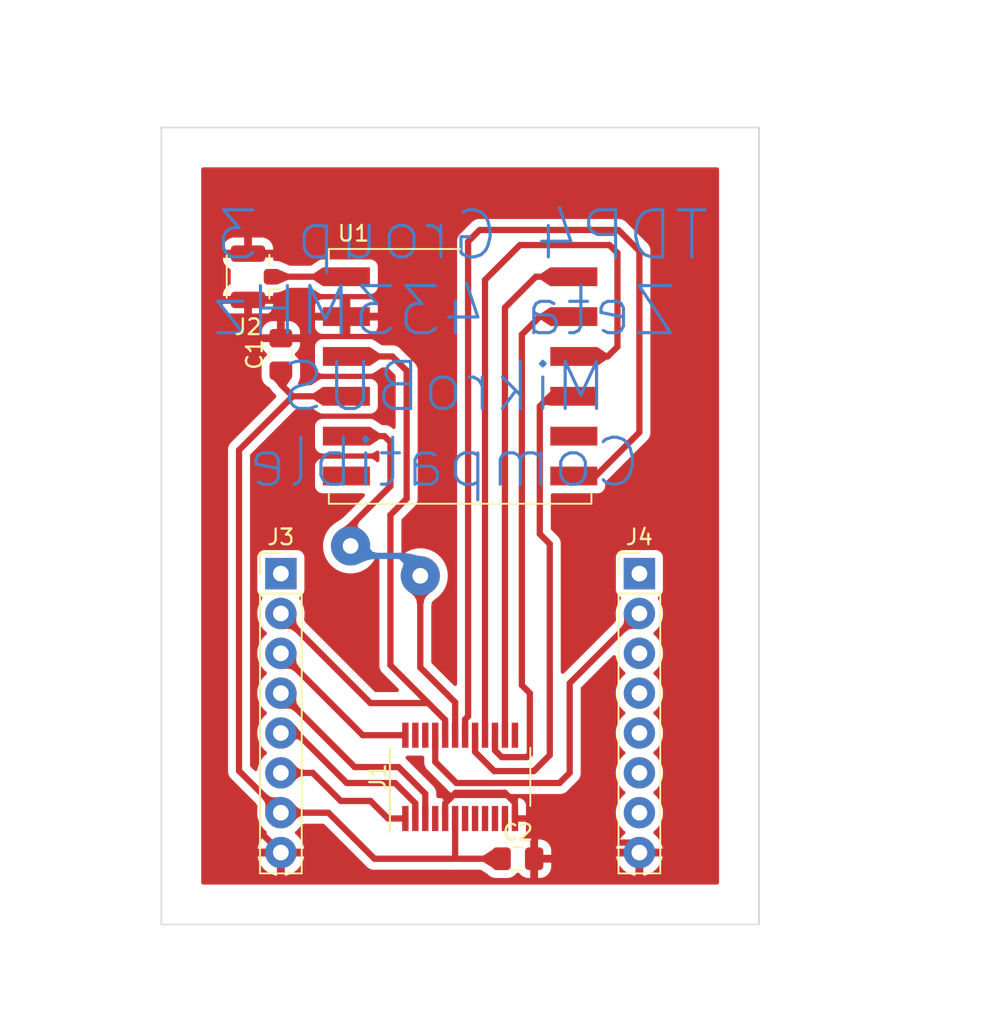
<source format=kicad_pcb>
(kicad_pcb (version 20221018) (generator pcbnew)
  (layers (0 "F.Cu" signal) (31 "B.Cu" signal) (44 "Edge.Cuts" user))
  (net 0 "")
  (net 1 "Net-(J1-U_MOSI)")
  (net 2 "Net-(J1-U_MISO)")
  (net 3 "Net-(J1-U_CLK)")
  (net 5 "GND")
  (net 6 "+3V3")
  (net 13 "Net-(J1-M_SEL)")
  (net 14 "Net-(J1-M_MISO)")
  (net 15 "Net-(J1-M_MOSI)")
  (net 16 "Net-(J1-M_CLK)")
  (net 17 "Net-(J1-M_CTRL)")
  (net 18 "Net-(J1-M_IRQ)")
  (net 19 "Net-(J1-SDN)")
  (net 20 "Net-(J1-U_IRQ)")
  (net 23 "Net-(J1-U_SEL)")
  (net 33 "Net-(J2-In)")
  (footprint "Capacitor_SMD:C_0805_2012Metric_Pad1.18x1.45mm_HandSolder" (layer "F.Cu") (at 58.42 115.6843 90)
    (fp_text reference "C1" (at 0 -1.68 90) (layer "F.SilkS"))
    (fp_text value "C")
    (fp_line (start -0.261252 -0.735) (end 0.261252 -0.735) (stroke (width 0.12)) (layer "F.SilkS"))
    (fp_line (start -0.261252 0.735) (end 0.261252 0.735) (stroke (width 0.12)) (layer "F.SilkS"))
    (pad "1" smd roundrect (at -1.0375 0 90) (size 1.175 1.45) (layers "F.Cu" "F.Paste" "F.Mask") (roundrect_rratio 0.212766) (net 6 "+3V3"))
    (pad "2" smd roundrect (at 1.0375 0 90) (size 1.175 1.45) (layers "F.Cu" "F.Paste" "F.Mask") (roundrect_rratio 0.212766) (net 5 "GND"))
  )
  (footprint "Connector_PinHeader_2.54mm:PinHeader_1x08_P2.54mm_Vertical" (layer "F.Cu") (at 58.42 129.6543)
    (fp_text reference "J3" (at 0 -2.33) (layer "F.SilkS"))
    (fp_text value "Conn_01x08")
    (fp_line (start -1.33 -1.33) (end 0 -1.33) (stroke (width 0.12)) (layer "F.SilkS"))
    (fp_line (start -1.33 0) (end -1.33 -1.33) (stroke (width 0.12)) (layer "F.SilkS"))
    (fp_line (start -1.33 1.27) (end -1.33 19.11) (stroke (width 0.12)) (layer "F.SilkS"))
    (fp_line (start -1.33 1.27) (end 1.33 1.27) (stroke (width 0.12)) (layer "F.SilkS"))
    (fp_line (start -1.33 19.11) (end 1.33 19.11) (stroke (width 0.12)) (layer "F.SilkS"))
    (fp_line (start 1.33 1.27) (end 1.33 19.11) (stroke (width 0.12)) (layer "F.SilkS"))
    (pad "1" thru_hole rect (at 0 0) (size 2 2) (drill 1) (layers "*.Cu" "*.Mask"))
    (pad "2" thru_hole oval (at 0 2.54) (size 2 2) (drill 1) (layers "*.Cu" "*.Mask") (net 19 "Net-(J1-SDN)"))
    (pad "3" thru_hole oval (at 0 5.08) (size 2 2) (drill 1) (layers "*.Cu" "*.Mask") (net 23 "Net-(J1-U_SEL)"))
    (pad "4" thru_hole oval (at 0 7.62) (size 2 2) (drill 1) (layers "*.Cu" "*.Mask") (net 3 "Net-(J1-U_CLK)"))
    (pad "5" thru_hole oval (at 0 10.16) (size 2 2) (drill 1) (layers "*.Cu" "*.Mask") (net 2 "Net-(J1-U_MISO)"))
    (pad "6" thru_hole oval (at 0 12.7) (size 2 2) (drill 1) (layers "*.Cu" "*.Mask") (net 1 "Net-(J1-U_MOSI)"))
    (pad "7" thru_hole oval (at 0 15.24) (size 2 2) (drill 1) (layers "*.Cu" "*.Mask") (net 6 "+3V3"))
    (pad "8" thru_hole oval (at 0 17.78) (size 2 2) (drill 1) (layers "*.Cu" "*.Mask") (net 5 "GND"))
  )
  (footprint "Package_SO:QSOP-24_3.9x8.7mm_P0.635mm" (layer "F.Cu") (at 69.85 142.6083 90)
    (fp_text reference "J1" (at 0 -5.25 90) (layer "F.SilkS"))
    (fp_text value "Zeta CODEC QSOP")
    (fp_line (start -3.525 -4.475) (end 1.8586 -4.475) (stroke (width 0.12)) (layer "F.SilkS"))
    (fp_line (start -1.8543 4.475) (end 1.8543 4.475) (stroke (width 0.12)) (layer "F.SilkS"))
    (pad "1" smd rect (at -2.6543 -3.4925 90) (size 1.6 0.41) (layers "F.Cu" "F.Paste" "F.Mask") (net 1 "Net-(J1-U_MOSI)"))
    (pad "2" smd rect (at -2.6543 -2.8575 90) (size 1.6 0.41) (layers "F.Cu" "F.Paste" "F.Mask") (net 2 "Net-(J1-U_MISO)"))
    (pad "3" smd rect (at -2.6543 -2.2225 90) (size 1.6 0.41) (layers "F.Cu" "F.Paste" "F.Mask") (net 3 "Net-(J1-U_CLK)"))
    (pad "4" smd rect (at -2.6543 -1.5875 90) (size 1.6 0.41) (layers "F.Cu" "F.Paste" "F.Mask"))
    (pad "5" smd rect (at -2.6543 -0.9525 90) (size 1.6 0.41) (layers "F.Cu" "F.Paste" "F.Mask") (net 5 "GND"))
    (pad "6" smd rect (at -2.6543 -0.3175 90) (size 1.6 0.41) (layers "F.Cu" "F.Paste" "F.Mask") (net 6 "+3V3"))
    (pad "7" smd rect (at -2.6543 0.3175 90) (size 1.6 0.41) (layers "F.Cu" "F.Paste" "F.Mask"))
    (pad "8" smd rect (at -2.6543 0.9525 90) (size 1.6 0.41) (layers "F.Cu" "F.Paste" "F.Mask"))
    (pad "9" smd rect (at -2.6543 1.5875 90) (size 1.6 0.41) (layers "F.Cu" "F.Paste" "F.Mask"))
    (pad "10" smd rect (at -2.6543 2.2225 90) (size 1.6 0.41) (layers "F.Cu" "F.Paste" "F.Mask"))
    (pad "11" smd rect (at -2.6543 2.8575 90) (size 1.6 0.41) (layers "F.Cu" "F.Paste" "F.Mask"))
    (pad "12" smd rect (at -2.6543 3.4925 90) (size 1.6 0.41) (layers "F.Cu" "F.Paste" "F.Mask") (net 5 "GND"))
    (pad "13" smd rect (at 2.6543 3.4925 90) (size 1.6 0.41) (layers "F.Cu" "F.Paste" "F.Mask"))
    (pad "14" smd rect (at 2.6543 2.8575 90) (size 1.6 0.41) (layers "F.Cu" "F.Paste" "F.Mask") (net 13 "Net-(J1-M_SEL)"))
    (pad "15" smd rect (at 2.6543 2.2225 90) (size 1.6 0.41) (layers "F.Cu" "F.Paste" "F.Mask") (net 14 "Net-(J1-M_MISO)"))
    (pad "16" smd rect (at 2.6543 1.5875 90) (size 1.6 0.41) (layers "F.Cu" "F.Paste" "F.Mask") (net 15 "Net-(J1-M_MOSI)"))
    (pad "17" smd rect (at 2.6543 0.9525 90) (size 1.6 0.41) (layers "F.Cu" "F.Paste" "F.Mask") (net 16 "Net-(J1-M_CLK)"))
    (pad "18" smd rect (at 2.6543 0.3175 90) (size 1.6 0.41) (layers "F.Cu" "F.Paste" "F.Mask") (net 17 "Net-(J1-M_CTRL)"))
    (pad "19" smd rect (at 2.6543 -0.3175 90) (size 1.6 0.41) (layers "F.Cu" "F.Paste" "F.Mask") (net 18 "Net-(J1-M_IRQ)"))
    (pad "20" smd rect (at 2.6543 -0.9525 90) (size 1.6 0.41) (layers "F.Cu" "F.Paste" "F.Mask") (net 19 "Net-(J1-SDN)"))
    (pad "21" smd rect (at 2.6543 -1.5875 90) (size 1.6 0.41) (layers "F.Cu" "F.Paste" "F.Mask") (net 20 "Net-(J1-U_IRQ)"))
    (pad "22" smd rect (at 2.6543 -2.2225 90) (size 1.6 0.41) (layers "F.Cu" "F.Paste" "F.Mask"))
    (pad "23" smd rect (at 2.6543 -2.8575 90) (size 1.6 0.41) (layers "F.Cu" "F.Paste" "F.Mask"))
    (pad "24" smd rect (at 2.6543 -3.4925 90) (size 1.6 0.41) (layers "F.Cu" "F.Paste" "F.Mask") (net 23 "Net-(J1-U_SEL)"))
  )
  (footprint "RF_Module:ZETA-433-SO_SMD" (layer "F.Cu") (at 69.85 117.0813)
    (fp_text reference "U1" (at -6.8 -9.11) (layer "F.SilkS"))
    (fp_text value "ZETA-433-SO")
    (fp_line (start -8.37 -8.12) (end -8.37 -7.5) (stroke (width 0.12)) (layer "F.SilkS"))
    (fp_line (start -8.37 -8.12) (end 0 -8.12) (stroke (width 0.12)) (layer "F.SilkS"))
    (fp_line (start -8.37 8.12) (end -8.37 7.5) (stroke (width 0.12)) (layer "F.SilkS"))
    (fp_line (start 8.37 8.12) (end -8.37 8.12) (stroke (width 0.12)) (layer "F.SilkS"))
    (fp_line (start 8.37 8.12) (end 8.37 7.5) (stroke (width 0.12)) (layer "F.SilkS"))
    (pad "1" smd rect (at -7.25 -6.35) (size 3 1.2) (layers "F.Cu" "F.Paste" "F.Mask") (net 33 "Net-(J2-In)"))
    (pad "2" smd rect (at -7.25 -3.81) (size 3 1.2) (layers "F.Cu" "F.Paste" "F.Mask") (net 5 "GND"))
    (pad "3" smd rect (at -7.25 -1.27) (size 3 1.2) (layers "F.Cu" "F.Paste" "F.Mask") (net 19 "Net-(J1-SDN)"))
    (pad "4" smd rect (at -7.25 1.27) (size 3 1.2) (layers "F.Cu" "F.Paste" "F.Mask") (net 6 "+3V3"))
    (pad "5" smd rect (at -7.25 3.81) (size 3 1.2) (layers "F.Cu" "F.Paste" "F.Mask") (net 18 "Net-(J1-M_IRQ)"))
    (pad "6" smd rect (at -7.25 6.35) (size 3 1.2) (layers "F.Cu" "F.Paste" "F.Mask"))
    (pad "7" smd rect (at 7.25 6.35) (size 3 1.2) (layers "F.Cu" "F.Paste" "F.Mask") (net 17 "Net-(J1-M_CTRL)"))
    (pad "8" smd rect (at 7.25 3.81) (size 3 1.2) (layers "F.Cu" "F.Paste" "F.Mask"))
    (pad "9" smd rect (at 7.25 1.27) (size 3 1.2) (layers "F.Cu" "F.Paste" "F.Mask") (net 16 "Net-(J1-M_CLK)"))
    (pad "10" smd rect (at 7.25 -1.27) (size 3 1.2) (layers "F.Cu" "F.Paste" "F.Mask") (net 15 "Net-(J1-M_MOSI)"))
    (pad "11" smd rect (at 7.25 -3.81) (size 3 1.2) (layers "F.Cu" "F.Paste" "F.Mask") (net 14 "Net-(J1-M_MISO)"))
    (pad "12" smd rect (at 7.25 -6.35) (size 3 1.2) (layers "F.Cu" "F.Paste" "F.Mask") (net 13 "Net-(J1-M_SEL)"))
  )
  (footprint "Connector_PinHeader_2.54mm:PinHeader_1x08_P2.54mm_Vertical" (layer "F.Cu") (at 81.28 129.6543)
    (fp_text reference "J4" (at 0 -2.33) (layer "F.SilkS"))
    (fp_text value "Conn_01x08")
    (fp_line (start -1.33 -1.33) (end 0 -1.33) (stroke (width 0.12)) (layer "F.SilkS"))
    (fp_line (start -1.33 0) (end -1.33 -1.33) (stroke (width 0.12)) (layer "F.SilkS"))
    (fp_line (start -1.33 1.27) (end -1.33 19.11) (stroke (width 0.12)) (layer "F.SilkS"))
    (fp_line (start -1.33 1.27) (end 1.33 1.27) (stroke (width 0.12)) (layer "F.SilkS"))
    (fp_line (start -1.33 19.11) (end 1.33 19.11) (stroke (width 0.12)) (layer "F.SilkS"))
    (fp_line (start 1.33 1.27) (end 1.33 19.11) (stroke (width 0.12)) (layer "F.SilkS"))
    (pad "1" thru_hole rect (at 0 0) (size 2 2) (drill 1) (layers "*.Cu" "*.Mask"))
    (pad "2" thru_hole oval (at 0 2.54) (size 2 2) (drill 1) (layers "*.Cu" "*.Mask") (net 20 "Net-(J1-U_IRQ)"))
    (pad "3" thru_hole oval (at 0 5.08) (size 2 2) (drill 1) (layers "*.Cu" "*.Mask"))
    (pad "4" thru_hole oval (at 0 7.62) (size 2 2) (drill 1) (layers "*.Cu" "*.Mask"))
    (pad "5" thru_hole oval (at 0 10.16) (size 2 2) (drill 1) (layers "*.Cu" "*.Mask"))
    (pad "6" thru_hole oval (at 0 12.7) (size 2 2) (drill 1) (layers "*.Cu" "*.Mask"))
    (pad "7" thru_hole oval (at 0 15.24) (size 2 2) (drill 1) (layers "*.Cu" "*.Mask"))
    (pad "8" thru_hole oval (at 0 17.78) (size 2 2) (drill 1) (layers "*.Cu" "*.Mask") (net 5 "GND"))
  )
  (footprint "Connector_Coaxial:U.FL_Hirose_U.FL-R-SMT-1_Vertical" (layer "F.Cu") (at 56.802 110.7313 180)
    (fp_text reference "J2" (at 0.475 -3.2) (layer "F.SilkS"))
    (fp_text value "Conn_Coaxial")
    (fp_line (start -0.885 -1.4) (end -0.885 -0.76) (stroke (width 0.12)) (layer "F.SilkS"))
    (fp_line (start -0.885 -0.76) (end -1.515 -0.76) (stroke (width 0.12)) (layer "F.SilkS"))
    (fp_line (start -0.885 1.4) (end -0.885 0.76) (stroke (width 0.12)) (layer "F.SilkS"))
    (fp_line (start 1.835 -1.35) (end 1.835 1.35) (stroke (width 0.12)) (layer "F.SilkS"))
    (pad "1" smd roundrect (at -1.05 0 180) (size 1.05 1) (layers "F.Cu" "F.Paste" "F.Mask") (net 33 "Net-(J2-In)"))
    (pad "2" smd roundrect (at 0.475 -1.475 180) (size 2.2 1.05) (layers "F.Cu" "F.Paste" "F.Mask") (roundrect_rratio 0.2380952381) (net 5 "GND"))
    (pad "2" smd roundrect (at 0.475 1.475 180) (size 2.2 1.05) (layers "F.Cu" "F.Paste" "F.Mask") (roundrect_rratio 0.2380952381) (net 5 "GND"))
    (zone (net 0) (net_name "") (layers "*.Cu") (connect_pads (clearance 0)) (min_thickness 0.25)
      (keepout (tracks not_allowed) (vias not_allowed) (pads not_allowed) (copperpour not_allowed) (footprints allowed))
      (fill (thermal_gap 0.5) (thermal_bridge_width 0.5))
      (polygon (pts (xy 55.227 111.6813) (xy 57.317 111.6813) (xy 57.317 109.7813) (xy 55.227 109.7813)))
    )
  )
  (footprint "Capacitor_SMD:C_0805_2012Metric_Pad1.18x1.45mm_HandSolder" (layer "F.Cu") (at 73.533 147.828)
    (fp_text reference "C2" (at 0 -1.68) (layer "F.SilkS"))
    (fp_text value "C")
    (fp_line (start -0.261252 -0.735) (end 0.261252 -0.735) (stroke (width 0.12)) (layer "F.SilkS"))
    (fp_line (start -0.261252 0.735) (end 0.261252 0.735) (stroke (width 0.12)) (layer "F.SilkS"))
    (pad "1" smd roundrect (at -1.0375 0) (size 1.175 1.45) (layers "F.Cu" "F.Paste" "F.Mask") (roundrect_rratio 0.212766) (net 6 "+3V3"))
    (pad "2" smd roundrect (at 1.0375 0) (size 1.175 1.45) (layers "F.Cu" "F.Paste" "F.Mask") (roundrect_rratio 0.212766) (net 5 "GND"))
  )
  (gr_rect (start 50.8 101.219) (end 88.9 152.019) (stroke (width 0.1)) (fill none) (layer "Edge.Cuts"))
  (gr_text "TDP4 Group 3 \nZeta 433MHz\nMikroBUS\nCompatible" (at 68.834 124.333) (layer "B.Cu") (effects (font (size 3 3) (thickness 0.2) bold) (justify bottom mirror)))
  (segment (start 60.452 142.3543) (end 62.2427 144.145) (width 0.4) (layer "F.Cu") (net 1))
  (segment (start 62.2427 144.145) (end 64.135 144.145) (width 0.4) (layer "F.Cu") (net 1))
  (segment (start 64.135 144.145) (end 65.2526 145.2626) (width 0.4) (layer "F.Cu") (net 1))
  (segment (start 65.2526 145.2626) (end 66.3575 145.2626) (width 0.4) (layer "F.Cu") (net 1))
  (segment (start 58.42 142.3543) (end 60.452 142.3543) (width 0.4) (layer "F.Cu") (net 1))
  (segment (start 65.7019 143.002) (end 66.9925 144.2926) (width 0.4) (layer "F.Cu") (net 2))
  (segment (start 59.436 139.8143) (end 62.6237 143.002) (width 0.4) (layer "F.Cu") (net 2))
  (segment (start 62.6237 143.002) (end 65.7019 143.002) (width 0.4) (layer "F.Cu") (net 2))
  (segment (start 58.42 139.8143) (end 59.436 139.8143) (width 0.4) (layer "F.Cu") (net 2))
  (segment (start 66.9925 144.2926) (end 66.9925 145.2626) (width 0.4) (layer "F.Cu") (net 2))
  (segment (start 58.42 137.2743) (end 63.1317 141.986) (width 0.4) (layer "F.Cu") (net 3))
  (segment (start 67.6275 143.6878) (end 67.6275 145.2626) (width 0.4) (layer "F.Cu") (net 3))
  (segment (start 65.9257 141.986) (end 67.6275 143.6878) (width 0.4) (layer "F.Cu") (net 3))
  (segment (start 63.1317 141.986) (end 65.9257 141.986) (width 0.4) (layer "F.Cu") (net 3))
  (segment (start 77.47 146.7993) (end 80.645 146.7993) (width 0.4) (layer "F.Cu") (net 5))
  (segment (start 56.327 114.2873) (end 56.327 112.2063) (width 0.4) (layer "F.Cu") (net 5))
  (segment (start 75.9333 145.2626) (end 77.47 146.7993) (width 0.4) (layer "F.Cu") (net 5))
  (segment (start 68.8975 145.2626) (end 68.8975 144.2926) (width 0.4) (layer "F.Cu") (net 5))
  (segment (start 62.6 113.2713) (end 54.229 113.2713) (width 0.4) (layer "F.Cu") (net 5))
  (segment (start 54.229 113.2713) (end 54.229 109.428851) (width 0.4) (layer "F.Cu") (net 5))
  (segment (start 72.7042 143.6243) (end 73.3425 144.2626) (width 0.4) (layer "F.Cu") (net 5))
  (segment (start 80.645 146.7993) (end 81.28 147.4343) (width 0.4) (layer "F.Cu") (net 5))
  (segment (start 77.47 146.7993) (end 76.4413 147.828) (width 0.4) (layer "F.Cu") (net 5))
  (segment (start 56.6865 114.6468) (end 56.327 114.2873) (width 0.4) (layer "F.Cu") (net 5))
  (segment (start 68.8975 144.2926) (end 69.5658 143.6243) (width 0.4) (layer "F.Cu") (net 5))
  (segment (start 54.229 143.2433) (end 58.42 147.4343) (width 0.4) (layer "F.Cu") (net 5))
  (segment (start 73.3425 144.2626) (end 73.3425 145.2626) (width 0.4) (layer "F.Cu") (net 5))
  (segment (start 58.42 114.6468) (end 56.6865 114.6468) (width 0.4) (layer "F.Cu") (net 5))
  (segment (start 54.331394 109.326457) (end 56.327 109.326457) (width 0.4) (layer "F.Cu") (net 5))
  (segment (start 73.3425 145.2626) (end 75.9333 145.2626) (width 0.4) (layer "F.Cu") (net 5))
  (segment (start 54.229 113.2713) (end 54.229 143.2433) (width 0.4) (layer "F.Cu") (net 5))
  (segment (start 54.229 109.428851) (end 54.331394 109.326457) (width 0.4) (layer "F.Cu") (net 5))
  (segment (start 69.5658 143.6243) (end 72.7042 143.6243) (width 0.4) (layer "F.Cu") (net 5))
  (segment (start 76.4413 147.828) (end 74.5705 147.828) (width 0.4) (layer "F.Cu") (net 5))
  (segment (start 58.42 116.7218) (end 58.42 117.5893) (width 0.4) (layer "F.Cu") (net 6))
  (segment (start 58.42 117.5893) (end 59.182 118.3513) (width 0.4) (layer "F.Cu") (net 6))
  (segment (start 64.389 147.828) (end 69.596 147.828) (width 0.4) (layer "F.Cu") (net 6))
  (segment (start 69.596 147.828) (end 69.5325 147.7645) (width 0.4) (layer "F.Cu") (net 6))
  (segment (start 58.42 144.8943) (end 61.4553 144.8943) (width 0.4) (layer "F.Cu") (net 6))
  (segment (start 61.4553 144.8943) (end 64.389 147.828) (width 0.4) (layer "F.Cu") (net 6))
  (segment (start 55.753 142.2273) (end 55.753 121.7803) (width 0.4) (layer "F.Cu") (net 6))
  (segment (start 69.596 147.828) (end 72.4955 147.828) (width 0.4) (layer "F.Cu") (net 6))
  (segment (start 59.182 118.3513) (end 62.6 118.3513) (width 0.4) (layer "F.Cu") (net 6))
  (segment (start 55.753 121.7803) (end 59.182 118.3513) (width 0.4) (layer "F.Cu") (net 6))
  (segment (start 58.42 144.8943) (end 55.753 142.2273) (width 0.4) (layer "F.Cu") (net 6))
  (segment (start 69.5325 147.7645) (end 69.5325 145.2626) (width 0.4) (layer "F.Cu") (net 6))
  (segment (start 77.1 110.7313) (end 74.676 110.7313) (width 0.4) (layer "F.Cu") (net 13))
  (segment (start 74.676 110.7313) (end 72.7075 112.6998) (width 0.4) (layer "F.Cu") (net 13))
  (segment (start 72.7075 112.6998) (end 72.7075 139.954) (width 0.4) (layer "F.Cu") (net 13))
  (segment (start 72.0725 140.924) (end 72.0725 139.954) (width 0.4) (layer "F.Cu") (net 14))
  (segment (start 74.93 113.2713) (end 73.787 114.4143) (width 0.4) (layer "F.Cu") (net 14))
  (segment (start 72.4995 141.351) (end 72.0725 140.924) (width 0.4) (layer "F.Cu") (net 14))
  (segment (start 74.1069 141.351) (end 72.4995 141.351) (width 0.4) (layer "F.Cu") (net 14))
  (segment (start 74.295 137.2743) (end 74.295 141.1629) (width 0.4) (layer "F.Cu") (net 14))
  (segment (start 73.787 114.4143) (end 73.787 136.7663) (width 0.4) (layer "F.Cu") (net 14))
  (segment (start 74.295 141.1629) (end 74.1069 141.351) (width 0.4) (layer "F.Cu") (net 14))
  (segment (start 77.1 113.2713) (end 74.93 113.2713) (width 0.4) (layer "F.Cu") (net 14))
  (segment (start 73.787 136.7663) (end 74.295 137.2743) (width 0.4) (layer "F.Cu") (net 14))
  (segment (start 79.375 108.712) (end 73.66 108.712) (width 0.4) (layer "F.Cu") (net 15))
  (segment (start 79.2607 115.8113) (end 79.883 115.189) (width 0.4) (layer "F.Cu") (net 15))
  (segment (start 79.883 115.189) (end 79.883 109.22) (width 0.4) (layer "F.Cu") (net 15))
  (segment (start 79.883 109.22) (end 79.375 108.712) (width 0.4) (layer "F.Cu") (net 15))
  (segment (start 77.1 115.8113) (end 79.2607 115.8113) (width 0.4) (layer "F.Cu") (net 15))
  (segment (start 71.4375 110.9345) (end 71.4375 139.954) (width 0.4) (layer "F.Cu") (net 15))
  (segment (start 73.66 108.712) (end 71.4375 110.9345) (width 0.4) (layer "F.Cu") (net 15))
  (segment (start 72.0217 142.24) (end 70.8025 141.0208) (width 0.4) (layer "F.Cu") (net 16))
  (segment (start 70.8025 141.0208) (end 70.8025 139.954) (width 0.4) (layer "F.Cu") (net 16))
  (segment (start 74.93 127.1253) (end 75.565 127.7603) (width 0.4) (layer "F.Cu") (net 16))
  (segment (start 74.549 142.24) (end 72.0217 142.24) (width 0.4) (layer "F.Cu") (net 16))
  (segment (start 77.1 118.3513) (end 75.565 118.3513) (width 0.4) (layer "F.Cu") (net 16))
  (segment (start 74.93 118.9863) (end 74.93 127.1253) (width 0.4) (layer "F.Cu") (net 16))
  (segment (start 75.565 118.3513) (end 74.93 118.9863) (width 0.4) (layer "F.Cu") (net 16))
  (segment (start 75.565 141.224) (end 74.549 142.24) (width 0.4) (layer "F.Cu") (net 16))
  (segment (start 75.565 127.7603) (end 75.565 141.224) (width 0.4) (layer "F.Cu") (net 16))
  (segment (start 79.937 107.75) (end 81.28 109.093) (width 0.4) (layer "F.Cu") (net 17))
  (segment (start 70.358 108.492122) (end 71.100122 107.75) (width 0.4) (layer "F.Cu") (net 17))
  (segment (start 78.4987 123.4313) (end 77.1 123.4313) (width 0.4) (layer "F.Cu") (net 17))
  (segment (start 81.28 109.093) (end 81.28 120.65) (width 0.4) (layer "F.Cu") (net 17))
  (segment (start 70.1675 139.954) (end 70.1675 138.9445) (width 0.4) (layer "F.Cu") (net 17))
  (segment (start 71.100122 107.75) (end 79.937 107.75) (width 0.4) (layer "F.Cu") (net 17))
  (segment (start 70.358 138.754) (end 70.358 108.492122) (width 0.4) (layer "F.Cu") (net 17))
  (segment (start 70.1675 138.9445) (end 70.358 138.754) (width 0.4) (layer "F.Cu") (net 17))
  (segment (start 81.28 120.65) (end 78.4987 123.4313) (width 0.4) (layer "F.Cu") (net 17))
  (segment (start 67.31 129.794) (end 67.31 135.636) (width 0.4) (layer "F.Cu") (net 18))
  (segment (start 65.405 121.2723) (end 65.024 120.8913) (width 0.4) (layer "F.Cu") (net 18))
  (segment (start 62.865 126.619) (end 65.405 124.079) (width 0.4) (layer "F.Cu") (net 18))
  (segment (start 65.405 124.079) (end 65.405 121.2723) (width 0.4) (layer "F.Cu") (net 18))
  (segment (start 65.024 120.8913) (end 62.6 120.8913) (width 0.4) (layer "F.Cu") (net 18))
  (segment (start 67.31 135.636) (end 69.5325 137.8585) (width 0.4) (layer "F.Cu") (net 18))
  (segment (start 62.865 127.889) (end 62.865 126.619) (width 0.4) (layer "F.Cu") (net 18))
  (segment (start 69.5325 137.8585) (end 69.5325 139.954) (width 0.4) (layer "F.Cu") (net 18))
  (via (at 67.31 129.794) (size 2.5) (drill 1) (layers "F.Cu" "B.Cu") (net 18))
  (via (at 62.865 127.889) (size 2.5) (drill 1) (layers "F.Cu" "B.Cu") (net 18))
  (segment (start 67.31 129.794) (end 66.04 128.524) (width 0.4) (layer "B.Cu") (net 18))
  (segment (start 66.04 128.524) (end 63.5 128.524) (width 0.4) (layer "B.Cu") (net 18))
  (segment (start 63.5 128.524) (end 62.865 127.889) (width 0.4) (layer "B.Cu") (net 18))
  (segment (start 62.6 115.8113) (end 65.532 115.8113) (width 0.4) (layer "F.Cu") (net 19))
  (segment (start 67.818 137.9045) (end 68.8975 138.984) (width 0.4) (layer "F.Cu") (net 19))
  (segment (start 64.1302 137.9045) (end 67.818 137.9045) (width 0.4) (layer "F.Cu") (net 19))
  (segment (start 65.405 135.4915) (end 67.818 137.9045) (width 0.4) (layer "F.Cu") (net 19))
  (segment (start 68.8975 138.984) (end 68.8975 139.954) (width 0.4) (layer "F.Cu") (net 19))
  (segment (start 66.44 124.879686) (end 65.405 125.914686) (width 0.4) (layer "F.Cu") (net 19))
  (segment (start 65.532 115.8113) (end 66.44 116.7193) (width 0.4) (layer "F.Cu") (net 19))
  (segment (start 65.405 125.914686) (end 65.405 135.4915) (width 0.4) (layer "F.Cu") (net 19))
  (segment (start 66.44 116.7193) (end 66.44 124.879686) (width 0.4) (layer "F.Cu") (net 19))
  (segment (start 58.42 132.1943) (end 64.1302 137.9045) (width 0.4) (layer "F.Cu") (net 19))
  (segment (start 68.2625 139.954) (end 68.2625 141.6558) (width 0.4) (layer "F.Cu") (net 20))
  (segment (start 76.835 142.3543) (end 76.835 136.6393) (width 0.4) (layer "F.Cu") (net 20))
  (segment (start 69.6087 143.002) (end 76.1873 143.002) (width 0.4) (layer "F.Cu") (net 20))
  (segment (start 76.1873 143.002) (end 76.835 142.3543) (width 0.4) (layer "F.Cu") (net 20))
  (segment (start 68.2625 141.6558) (end 69.6087 143.002) (width 0.4) (layer "F.Cu") (net 20))
  (segment (start 76.835 136.6393) (end 81.28 132.1943) (width 0.4) (layer "F.Cu") (net 20))
  (segment (start 63.6397 139.954) (end 66.3575 139.954) (width 0.4) (layer "F.Cu") (net 23))
  (segment (start 58.42 134.7343) (end 63.6397 139.954) (width 0.4) (layer "F.Cu") (net 23))
  (segment (start 57.852 110.7313) (end 62.6 110.7313) (width 0.4) (layer "F.Cu") (net 33))
  (zone (net 5) (net_name "GND") (layer "F.Cu") (connect_pads (clearance 0.5)) (min_thickness 0.25) (fill yes (thermal_gap 0.5) (thermal_bridge_width 0.5))
    (polygon (pts (xy 44.069 94.996) (xy 101.092 93.091) (xy 103.124 158.369) (xy 40.513 157.48)))
  )
)
</source>
